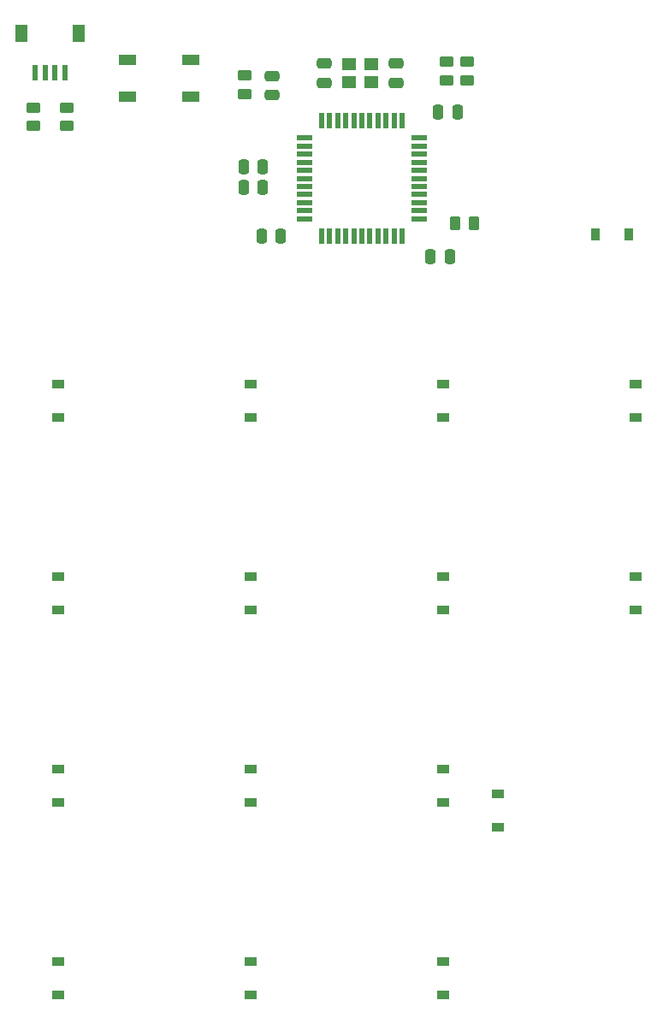
<source format=gbr>
%TF.GenerationSoftware,KiCad,Pcbnew,(6.0.10)*%
%TF.CreationDate,2023-08-07T18:40:01-04:00*%
%TF.ProjectId,NugMacro-Keypad,4e75674d-6163-4726-9f2d-4b6579706164,V3*%
%TF.SameCoordinates,Original*%
%TF.FileFunction,Paste,Bot*%
%TF.FilePolarity,Positive*%
%FSLAX46Y46*%
G04 Gerber Fmt 4.6, Leading zero omitted, Abs format (unit mm)*
G04 Created by KiCad (PCBNEW (6.0.10)) date 2023-08-07 18:40:01*
%MOMM*%
%LPD*%
G01*
G04 APERTURE LIST*
G04 Aperture macros list*
%AMRoundRect*
0 Rectangle with rounded corners*
0 $1 Rounding radius*
0 $2 $3 $4 $5 $6 $7 $8 $9 X,Y pos of 4 corners*
0 Add a 4 corners polygon primitive as box body*
4,1,4,$2,$3,$4,$5,$6,$7,$8,$9,$2,$3,0*
0 Add four circle primitives for the rounded corners*
1,1,$1+$1,$2,$3*
1,1,$1+$1,$4,$5*
1,1,$1+$1,$6,$7*
1,1,$1+$1,$8,$9*
0 Add four rect primitives between the rounded corners*
20,1,$1+$1,$2,$3,$4,$5,0*
20,1,$1+$1,$4,$5,$6,$7,0*
20,1,$1+$1,$6,$7,$8,$9,0*
20,1,$1+$1,$8,$9,$2,$3,0*%
G04 Aperture macros list end*
%ADD10RoundRect,0.250000X0.450000X-0.262500X0.450000X0.262500X-0.450000X0.262500X-0.450000X-0.262500X0*%
%ADD11R,1.200000X0.900000*%
%ADD12RoundRect,0.250000X0.475000X-0.250000X0.475000X0.250000X-0.475000X0.250000X-0.475000X-0.250000X0*%
%ADD13R,1.500000X0.550000*%
%ADD14R,0.550000X1.500000*%
%ADD15RoundRect,0.250000X0.262500X0.450000X-0.262500X0.450000X-0.262500X-0.450000X0.262500X-0.450000X0*%
%ADD16R,0.900000X1.200000*%
%ADD17R,1.200000X1.800000*%
%ADD18R,0.600000X1.550000*%
%ADD19RoundRect,0.250000X0.250000X0.475000X-0.250000X0.475000X-0.250000X-0.475000X0.250000X-0.475000X0*%
%ADD20RoundRect,0.250000X-0.450000X0.262500X-0.450000X-0.262500X0.450000X-0.262500X0.450000X0.262500X0*%
%ADD21R,1.800000X1.100000*%
%ADD22R,1.400000X1.200000*%
%ADD23RoundRect,0.250000X-0.475000X0.250000X-0.475000X-0.250000X0.475000X-0.250000X0.475000X0.250000X0*%
%ADD24RoundRect,0.250000X-0.250000X-0.475000X0.250000X-0.475000X0.250000X0.475000X-0.250000X0.475000X0*%
G04 APERTURE END LIST*
D10*
%TO.C,R3*%
X121793000Y-53435970D03*
X121793000Y-51610970D03*
%TD*%
D11*
%TO.C,D3*%
X120904365Y-120396500D03*
X120904365Y-117096500D03*
%TD*%
%TO.C,D4*%
X120904365Y-139446540D03*
X120904365Y-136146540D03*
%TD*%
D12*
%TO.C,C4*%
X142098400Y-50359470D03*
X142098400Y-48459470D03*
%TD*%
D11*
%TO.C,D8*%
X139954000Y-139446140D03*
X139954000Y-136146140D03*
%TD*%
D13*
%TO.C,U1*%
X145288400Y-62619470D03*
X145288400Y-61819470D03*
X145288400Y-61019470D03*
X145288400Y-60219470D03*
X145288400Y-59419470D03*
X145288400Y-58619470D03*
X145288400Y-57819470D03*
X145288400Y-57019470D03*
X145288400Y-56219470D03*
X145288400Y-55419470D03*
X145288400Y-54619470D03*
D14*
X146988400Y-52919470D03*
X147788400Y-52919470D03*
X148588400Y-52919470D03*
X149388400Y-52919470D03*
X150188400Y-52919470D03*
X150988400Y-52919470D03*
X151788400Y-52919470D03*
X152588400Y-52919470D03*
X153388400Y-52919470D03*
X154188400Y-52919470D03*
X154988400Y-52919470D03*
D13*
X156688400Y-54619470D03*
X156688400Y-55419470D03*
X156688400Y-56219470D03*
X156688400Y-57019470D03*
X156688400Y-57819470D03*
X156688400Y-58619470D03*
X156688400Y-59419470D03*
X156688400Y-60219470D03*
X156688400Y-61019470D03*
X156688400Y-61819470D03*
X156688400Y-62619470D03*
D14*
X154988400Y-64319470D03*
X154188400Y-64319470D03*
X153388400Y-64319470D03*
X152588400Y-64319470D03*
X151788400Y-64319470D03*
X150988400Y-64319470D03*
X150188400Y-64319470D03*
X149388400Y-64319470D03*
X148588400Y-64319470D03*
X147788400Y-64319470D03*
X146988400Y-64319470D03*
%TD*%
D15*
%TO.C,R4*%
X162060900Y-63064470D03*
X160235900Y-63064470D03*
%TD*%
D10*
%TO.C,R2*%
X118491000Y-53435970D03*
X118491000Y-51610970D03*
%TD*%
D11*
%TO.C,D15*%
X164450400Y-122853470D03*
X164450400Y-119553470D03*
%TD*%
D16*
%TO.C,D16*%
X174103400Y-64153470D03*
X177403400Y-64153470D03*
%TD*%
D17*
%TO.C,J2*%
X117327400Y-44279470D03*
X122927400Y-44279470D03*
D18*
X118627400Y-48154470D03*
X119627400Y-48154470D03*
X120627400Y-48154470D03*
X121627400Y-48154470D03*
%TD*%
D19*
%TO.C,C3*%
X141209400Y-57476470D03*
X139309400Y-57476470D03*
%TD*%
D10*
%TO.C,R6*%
X159370400Y-48918470D03*
X159370400Y-47093470D03*
%TD*%
D11*
%TO.C,D14*%
X178054435Y-101346400D03*
X178054435Y-98046400D03*
%TD*%
%TO.C,D10*%
X159004000Y-101346000D03*
X159004000Y-98046000D03*
%TD*%
D20*
%TO.C,R1*%
X139431400Y-48435970D03*
X139431400Y-50260970D03*
%TD*%
D21*
%TO.C,SW1*%
X127822400Y-50563470D03*
X134022400Y-46863470D03*
X127822400Y-46863470D03*
X134022400Y-50563470D03*
%TD*%
D11*
%TO.C,D6*%
X139954000Y-101346000D03*
X139954000Y-98046000D03*
%TD*%
D12*
%TO.C,C1*%
X154417400Y-49155470D03*
X154417400Y-47255470D03*
%TD*%
D11*
%TO.C,D12*%
X159004000Y-139446140D03*
X159004000Y-136146140D03*
%TD*%
D22*
%TO.C,Y1*%
X151961400Y-49055470D03*
X149761400Y-49055470D03*
X149761400Y-47355470D03*
X151961400Y-47355470D03*
%TD*%
D23*
%TO.C,C2*%
X147305400Y-47255470D03*
X147305400Y-49155470D03*
%TD*%
D11*
%TO.C,D9*%
X159004435Y-82296400D03*
X159004435Y-78996400D03*
%TD*%
%TO.C,D11*%
X159004000Y-120396100D03*
X159004000Y-117096100D03*
%TD*%
%TO.C,D5*%
X139954335Y-82296400D03*
X139954335Y-78996400D03*
%TD*%
%TO.C,D1*%
X120904365Y-82296400D03*
X120904365Y-78996400D03*
%TD*%
D19*
%TO.C,C6*%
X141209400Y-59508470D03*
X139309400Y-59508470D03*
%TD*%
D24*
%TO.C,C8*%
X157785400Y-66366470D03*
X159685400Y-66366470D03*
%TD*%
D11*
%TO.C,D2*%
X120904365Y-101346400D03*
X120904365Y-98046400D03*
%TD*%
%TO.C,D7*%
X139954335Y-120396500D03*
X139954335Y-117096500D03*
%TD*%
D19*
%TO.C,C7*%
X142987400Y-64334470D03*
X141087400Y-64334470D03*
%TD*%
D10*
%TO.C,R5*%
X161402400Y-48918470D03*
X161402400Y-47093470D03*
%TD*%
D19*
%TO.C,C5*%
X160447400Y-52015470D03*
X158547400Y-52015470D03*
%TD*%
D11*
%TO.C,D13*%
X178054000Y-82296000D03*
X178054000Y-78996000D03*
%TD*%
M02*

</source>
